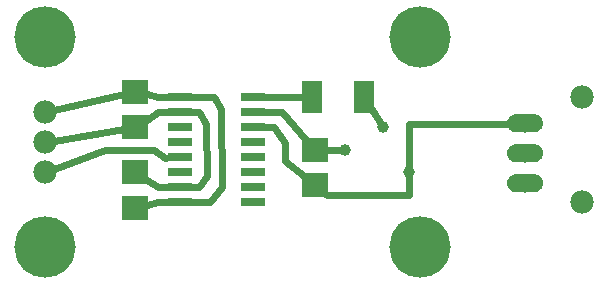
<source format=gtl>
G04 MADE WITH FRITZING*
G04 WWW.FRITZING.ORG*
G04 DOUBLE SIDED*
G04 HOLES PLATED*
G04 CONTOUR ON CENTER OF CONTOUR VECTOR*
%ASAXBY*%
%FSLAX23Y23*%
%MOIN*%
%OFA0B0*%
%SFA1.0B1.0*%
%ADD10C,0.039370*%
%ADD11C,0.078000*%
%ADD12C,0.060000*%
%ADD13C,0.204724*%
%ADD14R,0.080000X0.026000*%
%ADD15R,0.086614X0.078740*%
%ADD16R,0.070866X0.106299*%
%ADD17C,0.024000*%
%ADD18R,0.001000X0.001000*%
%LNCOPPER1*%
G90*
G70*
G54D10*
X1345Y390D03*
X1132Y465D03*
G54D11*
X1920Y640D03*
X1920Y290D03*
G54D12*
X1732Y353D03*
X1732Y453D03*
X1732Y553D03*
X1732Y353D03*
X1732Y453D03*
X1732Y553D03*
G54D10*
X1257Y540D03*
G54D13*
X1382Y140D03*
X1382Y840D03*
X132Y140D03*
X132Y840D03*
G54D11*
X132Y390D03*
X132Y490D03*
X132Y590D03*
G54D14*
X582Y640D03*
X582Y590D03*
X582Y540D03*
X582Y490D03*
X582Y440D03*
X582Y390D03*
X582Y340D03*
X582Y290D03*
X824Y290D03*
X824Y340D03*
X824Y390D03*
X824Y440D03*
X824Y490D03*
X824Y540D03*
X824Y590D03*
X824Y640D03*
G54D15*
X432Y540D03*
X432Y658D03*
X432Y390D03*
X432Y272D03*
X1032Y465D03*
X1032Y347D03*
G54D16*
X1021Y640D03*
X1195Y640D03*
G54D17*
X394Y650D02*
X162Y597D01*
D02*
X394Y534D02*
X162Y495D01*
D02*
X508Y291D02*
X548Y291D01*
D02*
X470Y281D02*
X508Y291D01*
D02*
X332Y465D02*
X160Y401D01*
D02*
X496Y465D02*
X332Y465D01*
D02*
X548Y440D02*
X533Y439D01*
D02*
X533Y439D02*
X496Y465D01*
D02*
X508Y590D02*
X470Y565D01*
D02*
X548Y590D02*
X508Y590D01*
D02*
X508Y641D02*
X548Y640D01*
D02*
X470Y650D02*
X508Y641D01*
D02*
X508Y341D02*
X470Y366D01*
D02*
X548Y341D02*
X508Y341D01*
D02*
X695Y641D02*
X617Y640D01*
D02*
X720Y341D02*
X719Y603D01*
D02*
X683Y291D02*
X720Y341D01*
D02*
X719Y603D02*
X695Y641D01*
D02*
X617Y290D02*
X683Y291D01*
D02*
X670Y378D02*
X645Y341D01*
D02*
X669Y553D02*
X670Y378D01*
D02*
X617Y590D02*
X644Y590D01*
D02*
X645Y341D02*
X617Y340D01*
D02*
X644Y590D02*
X669Y553D01*
D02*
X992Y640D02*
X859Y640D01*
D02*
X1002Y499D02*
X920Y590D01*
D02*
X920Y590D02*
X859Y590D01*
D02*
X894Y541D02*
X933Y489D01*
D02*
X933Y489D02*
X933Y427D01*
D02*
X933Y427D02*
X994Y378D01*
D02*
X859Y540D02*
X894Y541D01*
D02*
X1257Y540D02*
X1195Y640D01*
D02*
X1070Y316D02*
X1032Y347D01*
D02*
X1344Y316D02*
X1070Y316D01*
D02*
X1344Y371D02*
X1344Y316D01*
D02*
X1345Y409D02*
X1344Y553D01*
D02*
X1344Y553D02*
X1701Y553D01*
D02*
X1113Y466D02*
X1119Y466D01*
D02*
X1119Y466D02*
X1070Y465D01*
G54D18*
X1695Y583D02*
X1768Y583D01*
X1692Y582D02*
X1771Y582D01*
X1689Y581D02*
X1774Y581D01*
X1687Y580D02*
X1776Y580D01*
X1686Y579D02*
X1777Y579D01*
X1684Y578D02*
X1779Y578D01*
X1683Y577D02*
X1780Y577D01*
X1682Y576D02*
X1781Y576D01*
X1681Y575D02*
X1782Y575D01*
X1680Y574D02*
X1783Y574D01*
X1679Y573D02*
X1725Y573D01*
X1737Y573D02*
X1784Y573D01*
X1678Y572D02*
X1723Y572D01*
X1740Y572D02*
X1785Y572D01*
X1677Y571D02*
X1721Y571D01*
X1742Y571D02*
X1786Y571D01*
X1677Y570D02*
X1719Y570D01*
X1744Y570D02*
X1786Y570D01*
X1676Y569D02*
X1718Y569D01*
X1745Y569D02*
X1787Y569D01*
X1675Y568D02*
X1717Y568D01*
X1746Y568D02*
X1787Y568D01*
X1675Y567D02*
X1716Y567D01*
X1747Y567D02*
X1788Y567D01*
X1675Y566D02*
X1715Y566D01*
X1748Y566D02*
X1788Y566D01*
X1674Y565D02*
X1714Y565D01*
X1749Y565D02*
X1789Y565D01*
X1674Y564D02*
X1714Y564D01*
X1749Y564D02*
X1789Y564D01*
X1673Y563D02*
X1713Y563D01*
X1750Y563D02*
X1789Y563D01*
X1673Y562D02*
X1713Y562D01*
X1750Y562D02*
X1790Y562D01*
X1673Y561D02*
X1712Y561D01*
X1751Y561D02*
X1790Y561D01*
X1673Y560D02*
X1712Y560D01*
X1751Y560D02*
X1790Y560D01*
X1672Y559D02*
X1712Y559D01*
X1751Y559D02*
X1790Y559D01*
X1672Y558D02*
X1711Y558D01*
X1751Y558D02*
X1791Y558D01*
X1672Y557D02*
X1711Y557D01*
X1752Y557D02*
X1791Y557D01*
X1672Y556D02*
X1711Y556D01*
X1752Y556D02*
X1791Y556D01*
X1672Y555D02*
X1711Y555D01*
X1752Y555D02*
X1791Y555D01*
X1672Y554D02*
X1711Y554D01*
X1752Y554D02*
X1791Y554D01*
X1672Y553D02*
X1711Y553D01*
X1752Y553D02*
X1791Y553D01*
X1672Y552D02*
X1711Y552D01*
X1752Y552D02*
X1791Y552D01*
X1672Y551D02*
X1711Y551D01*
X1752Y551D02*
X1791Y551D01*
X1672Y550D02*
X1711Y550D01*
X1752Y550D02*
X1791Y550D01*
X1672Y549D02*
X1712Y549D01*
X1751Y549D02*
X1790Y549D01*
X1673Y548D02*
X1712Y548D01*
X1751Y548D02*
X1790Y548D01*
X1673Y547D02*
X1712Y547D01*
X1751Y547D02*
X1790Y547D01*
X1673Y546D02*
X1713Y546D01*
X1750Y546D02*
X1790Y546D01*
X1673Y545D02*
X1713Y545D01*
X1750Y545D02*
X1790Y545D01*
X1674Y544D02*
X1714Y544D01*
X1749Y544D02*
X1789Y544D01*
X1674Y543D02*
X1714Y543D01*
X1749Y543D02*
X1789Y543D01*
X1674Y542D02*
X1715Y542D01*
X1748Y542D02*
X1788Y542D01*
X1675Y541D02*
X1716Y541D01*
X1747Y541D02*
X1788Y541D01*
X1675Y540D02*
X1717Y540D01*
X1746Y540D02*
X1787Y540D01*
X1676Y539D02*
X1718Y539D01*
X1745Y539D02*
X1787Y539D01*
X1677Y538D02*
X1719Y538D01*
X1744Y538D02*
X1786Y538D01*
X1677Y537D02*
X1720Y537D01*
X1743Y537D02*
X1786Y537D01*
X1678Y536D02*
X1722Y536D01*
X1741Y536D02*
X1785Y536D01*
X1679Y535D02*
X1725Y535D01*
X1738Y535D02*
X1784Y535D01*
X1680Y534D02*
X1730Y534D01*
X1733Y534D02*
X1783Y534D01*
X1680Y533D02*
X1782Y533D01*
X1681Y532D02*
X1781Y532D01*
X1683Y531D02*
X1780Y531D01*
X1684Y530D02*
X1779Y530D01*
X1685Y529D02*
X1778Y529D01*
X1687Y528D02*
X1776Y528D01*
X1689Y527D02*
X1774Y527D01*
X1691Y526D02*
X1772Y526D01*
X1694Y525D02*
X1769Y525D01*
X1700Y524D02*
X1763Y524D01*
X1695Y483D02*
X1768Y483D01*
X1691Y482D02*
X1771Y482D01*
X1689Y481D02*
X1774Y481D01*
X1687Y480D02*
X1776Y480D01*
X1685Y479D02*
X1777Y479D01*
X1684Y478D02*
X1779Y478D01*
X1683Y477D02*
X1780Y477D01*
X1682Y476D02*
X1781Y476D01*
X1681Y475D02*
X1782Y475D01*
X1680Y474D02*
X1783Y474D01*
X1679Y473D02*
X1725Y473D01*
X1738Y473D02*
X1784Y473D01*
X1678Y472D02*
X1722Y472D01*
X1740Y472D02*
X1785Y472D01*
X1677Y471D02*
X1721Y471D01*
X1742Y471D02*
X1786Y471D01*
X1677Y470D02*
X1719Y470D01*
X1744Y470D02*
X1786Y470D01*
X1676Y469D02*
X1718Y469D01*
X1745Y469D02*
X1787Y469D01*
X1675Y468D02*
X1717Y468D01*
X1746Y468D02*
X1787Y468D01*
X1675Y467D02*
X1716Y467D01*
X1747Y467D02*
X1788Y467D01*
X1674Y466D02*
X1715Y466D01*
X1748Y466D02*
X1788Y466D01*
X1674Y465D02*
X1714Y465D01*
X1749Y465D02*
X1789Y465D01*
X1674Y464D02*
X1714Y464D01*
X1749Y464D02*
X1789Y464D01*
X1673Y463D02*
X1713Y463D01*
X1750Y463D02*
X1790Y463D01*
X1673Y462D02*
X1713Y462D01*
X1750Y462D02*
X1790Y462D01*
X1673Y461D02*
X1712Y461D01*
X1751Y461D02*
X1790Y461D01*
X1673Y460D02*
X1712Y460D01*
X1751Y460D02*
X1790Y460D01*
X1672Y459D02*
X1712Y459D01*
X1751Y459D02*
X1790Y459D01*
X1672Y458D02*
X1711Y458D01*
X1751Y458D02*
X1791Y458D01*
X1672Y457D02*
X1711Y457D01*
X1752Y457D02*
X1791Y457D01*
X1672Y456D02*
X1711Y456D01*
X1752Y456D02*
X1791Y456D01*
X1672Y455D02*
X1711Y455D01*
X1752Y455D02*
X1791Y455D01*
X1672Y454D02*
X1711Y454D01*
X1752Y454D02*
X1791Y454D01*
X1672Y453D02*
X1711Y453D01*
X1752Y453D02*
X1791Y453D01*
X1672Y452D02*
X1711Y452D01*
X1752Y452D02*
X1791Y452D01*
X1672Y451D02*
X1711Y451D01*
X1752Y451D02*
X1791Y451D01*
X1672Y450D02*
X1711Y450D01*
X1751Y450D02*
X1791Y450D01*
X1672Y449D02*
X1712Y449D01*
X1751Y449D02*
X1790Y449D01*
X1673Y448D02*
X1712Y448D01*
X1751Y448D02*
X1790Y448D01*
X1673Y447D02*
X1712Y447D01*
X1751Y447D02*
X1790Y447D01*
X1673Y446D02*
X1713Y446D01*
X1750Y446D02*
X1790Y446D01*
X1673Y445D02*
X1713Y445D01*
X1750Y445D02*
X1790Y445D01*
X1674Y444D02*
X1714Y444D01*
X1749Y444D02*
X1789Y444D01*
X1674Y443D02*
X1714Y443D01*
X1749Y443D02*
X1789Y443D01*
X1674Y442D02*
X1715Y442D01*
X1748Y442D02*
X1788Y442D01*
X1675Y441D02*
X1716Y441D01*
X1747Y441D02*
X1788Y441D01*
X1675Y440D02*
X1717Y440D01*
X1746Y440D02*
X1787Y440D01*
X1676Y439D02*
X1718Y439D01*
X1745Y439D02*
X1787Y439D01*
X1677Y438D02*
X1719Y438D01*
X1744Y438D02*
X1786Y438D01*
X1677Y437D02*
X1720Y437D01*
X1742Y437D02*
X1786Y437D01*
X1678Y436D02*
X1722Y436D01*
X1741Y436D02*
X1785Y436D01*
X1679Y435D02*
X1725Y435D01*
X1738Y435D02*
X1784Y435D01*
X1680Y434D02*
X1783Y434D01*
X1680Y433D02*
X1782Y433D01*
X1682Y432D02*
X1781Y432D01*
X1683Y431D02*
X1780Y431D01*
X1684Y430D02*
X1779Y430D01*
X1685Y429D02*
X1778Y429D01*
X1687Y428D02*
X1776Y428D01*
X1689Y427D02*
X1774Y427D01*
X1691Y426D02*
X1772Y426D01*
X1694Y425D02*
X1769Y425D01*
X1701Y424D02*
X1762Y424D01*
X1694Y383D02*
X1768Y383D01*
X1691Y382D02*
X1772Y382D01*
X1689Y381D02*
X1774Y381D01*
X1687Y380D02*
X1776Y380D01*
X1685Y379D02*
X1777Y379D01*
X1684Y378D02*
X1779Y378D01*
X1683Y377D02*
X1780Y377D01*
X1682Y376D02*
X1781Y376D01*
X1681Y375D02*
X1782Y375D01*
X1680Y374D02*
X1783Y374D01*
X1679Y373D02*
X1725Y373D01*
X1738Y373D02*
X1784Y373D01*
X1678Y372D02*
X1722Y372D01*
X1740Y372D02*
X1785Y372D01*
X1677Y371D02*
X1721Y371D01*
X1742Y371D02*
X1786Y371D01*
X1677Y370D02*
X1719Y370D01*
X1744Y370D02*
X1786Y370D01*
X1676Y369D02*
X1718Y369D01*
X1745Y369D02*
X1787Y369D01*
X1675Y368D02*
X1717Y368D01*
X1746Y368D02*
X1787Y368D01*
X1675Y367D02*
X1716Y367D01*
X1747Y367D02*
X1788Y367D01*
X1674Y366D02*
X1715Y366D01*
X1748Y366D02*
X1788Y366D01*
X1674Y365D02*
X1714Y365D01*
X1749Y365D02*
X1789Y365D01*
X1674Y364D02*
X1714Y364D01*
X1749Y364D02*
X1789Y364D01*
X1673Y363D02*
X1713Y363D01*
X1750Y363D02*
X1790Y363D01*
X1673Y362D02*
X1713Y362D01*
X1750Y362D02*
X1790Y362D01*
X1673Y361D02*
X1712Y361D01*
X1751Y361D02*
X1790Y361D01*
X1673Y360D02*
X1712Y360D01*
X1751Y360D02*
X1790Y360D01*
X1672Y359D02*
X1712Y359D01*
X1751Y359D02*
X1790Y359D01*
X1672Y358D02*
X1711Y358D01*
X1751Y358D02*
X1791Y358D01*
X1672Y357D02*
X1711Y357D01*
X1752Y357D02*
X1791Y357D01*
X1672Y356D02*
X1711Y356D01*
X1752Y356D02*
X1791Y356D01*
X1672Y355D02*
X1711Y355D01*
X1752Y355D02*
X1791Y355D01*
X1672Y354D02*
X1711Y354D01*
X1752Y354D02*
X1791Y354D01*
X1672Y353D02*
X1711Y353D01*
X1752Y353D02*
X1791Y353D01*
X1672Y352D02*
X1711Y352D01*
X1752Y352D02*
X1791Y352D01*
X1672Y351D02*
X1711Y351D01*
X1752Y351D02*
X1791Y351D01*
X1672Y350D02*
X1711Y350D01*
X1751Y350D02*
X1791Y350D01*
X1672Y349D02*
X1712Y349D01*
X1751Y349D02*
X1790Y349D01*
X1673Y348D02*
X1712Y348D01*
X1751Y348D02*
X1790Y348D01*
X1673Y347D02*
X1712Y347D01*
X1751Y347D02*
X1790Y347D01*
X1673Y346D02*
X1713Y346D01*
X1750Y346D02*
X1790Y346D01*
X1673Y345D02*
X1713Y345D01*
X1750Y345D02*
X1790Y345D01*
X1674Y344D02*
X1714Y344D01*
X1749Y344D02*
X1789Y344D01*
X1674Y343D02*
X1714Y343D01*
X1749Y343D02*
X1789Y343D01*
X1674Y342D02*
X1715Y342D01*
X1748Y342D02*
X1788Y342D01*
X1675Y341D02*
X1716Y341D01*
X1747Y341D02*
X1788Y341D01*
X1675Y340D02*
X1717Y340D01*
X1746Y340D02*
X1787Y340D01*
X1676Y339D02*
X1718Y339D01*
X1745Y339D02*
X1787Y339D01*
X1677Y338D02*
X1719Y338D01*
X1744Y338D02*
X1786Y338D01*
X1677Y337D02*
X1721Y337D01*
X1742Y337D02*
X1786Y337D01*
X1678Y336D02*
X1722Y336D01*
X1740Y336D02*
X1785Y336D01*
X1679Y335D02*
X1725Y335D01*
X1738Y335D02*
X1784Y335D01*
X1680Y334D02*
X1783Y334D01*
X1681Y333D02*
X1782Y333D01*
X1682Y332D02*
X1781Y332D01*
X1683Y331D02*
X1780Y331D01*
X1684Y330D02*
X1779Y330D01*
X1685Y329D02*
X1777Y329D01*
X1687Y328D02*
X1776Y328D01*
X1689Y327D02*
X1774Y327D01*
X1691Y326D02*
X1772Y326D01*
X1694Y325D02*
X1768Y325D01*
D02*
G04 End of Copper1*
M02*
</source>
